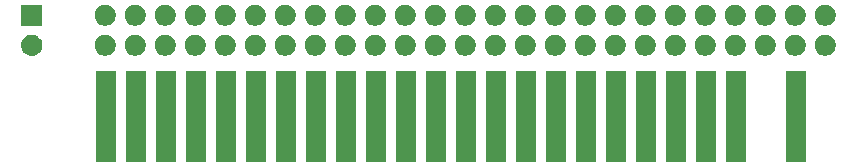
<source format=gbr>
G04 #@! TF.GenerationSoftware,KiCad,Pcbnew,(5.0.1-3-g963ef8bb5)*
G04 #@! TF.CreationDate,2020-10-13T22:01:46+01:00*
G04 #@! TF.ProjectId,ACE_Backplane_Adaptor,4143455F4261636B706C616E655F4164,rev?*
G04 #@! TF.SameCoordinates,Original*
G04 #@! TF.FileFunction,Soldermask,Top*
G04 #@! TF.FilePolarity,Negative*
%FSLAX46Y46*%
G04 Gerber Fmt 4.6, Leading zero omitted, Abs format (unit mm)*
G04 Created by KiCad (PCBNEW (5.0.1-3-g963ef8bb5)) date Tuesday, 13 October 2020 at 22:01:46*
%MOMM*%
%LPD*%
G01*
G04 APERTURE LIST*
%ADD10C,0.100000*%
G04 APERTURE END LIST*
D10*
G36*
X177418001Y-99844001D02*
X175792001Y-99844001D01*
X175792001Y-92122001D01*
X177418001Y-92122001D01*
X177418001Y-99844001D01*
X177418001Y-99844001D01*
G37*
G36*
X172338001Y-99844001D02*
X170712001Y-99844001D01*
X170712001Y-92122001D01*
X172338001Y-92122001D01*
X172338001Y-99844001D01*
X172338001Y-99844001D01*
G37*
G36*
X169798001Y-99844001D02*
X168172001Y-99844001D01*
X168172001Y-92122001D01*
X169798001Y-92122001D01*
X169798001Y-99844001D01*
X169798001Y-99844001D01*
G37*
G36*
X167258001Y-99844001D02*
X165632001Y-99844001D01*
X165632001Y-92122001D01*
X167258001Y-92122001D01*
X167258001Y-99844001D01*
X167258001Y-99844001D01*
G37*
G36*
X164718001Y-99844001D02*
X163092001Y-99844001D01*
X163092001Y-92122001D01*
X164718001Y-92122001D01*
X164718001Y-99844001D01*
X164718001Y-99844001D01*
G37*
G36*
X162178001Y-99844001D02*
X160552001Y-99844001D01*
X160552001Y-92122001D01*
X162178001Y-92122001D01*
X162178001Y-99844001D01*
X162178001Y-99844001D01*
G37*
G36*
X159638001Y-99844001D02*
X158012001Y-99844001D01*
X158012001Y-92122001D01*
X159638001Y-92122001D01*
X159638001Y-99844001D01*
X159638001Y-99844001D01*
G37*
G36*
X157098001Y-99844001D02*
X155472001Y-99844001D01*
X155472001Y-92122001D01*
X157098001Y-92122001D01*
X157098001Y-99844001D01*
X157098001Y-99844001D01*
G37*
G36*
X154558001Y-99844001D02*
X152932001Y-99844001D01*
X152932001Y-92122001D01*
X154558001Y-92122001D01*
X154558001Y-99844001D01*
X154558001Y-99844001D01*
G37*
G36*
X152018001Y-99844001D02*
X150392001Y-99844001D01*
X150392001Y-92122001D01*
X152018001Y-92122001D01*
X152018001Y-99844001D01*
X152018001Y-99844001D01*
G37*
G36*
X149478001Y-99844001D02*
X147852001Y-99844001D01*
X147852001Y-92122001D01*
X149478001Y-92122001D01*
X149478001Y-99844001D01*
X149478001Y-99844001D01*
G37*
G36*
X146938001Y-99844001D02*
X145312001Y-99844001D01*
X145312001Y-92122001D01*
X146938001Y-92122001D01*
X146938001Y-99844001D01*
X146938001Y-99844001D01*
G37*
G36*
X144398001Y-99844001D02*
X142772001Y-99844001D01*
X142772001Y-92122001D01*
X144398001Y-92122001D01*
X144398001Y-99844001D01*
X144398001Y-99844001D01*
G37*
G36*
X141858001Y-99844001D02*
X140232001Y-99844001D01*
X140232001Y-92122001D01*
X141858001Y-92122001D01*
X141858001Y-99844001D01*
X141858001Y-99844001D01*
G37*
G36*
X139318001Y-99844001D02*
X137692001Y-99844001D01*
X137692001Y-92122001D01*
X139318001Y-92122001D01*
X139318001Y-99844001D01*
X139318001Y-99844001D01*
G37*
G36*
X136778001Y-99844001D02*
X135152001Y-99844001D01*
X135152001Y-92122001D01*
X136778001Y-92122001D01*
X136778001Y-99844001D01*
X136778001Y-99844001D01*
G37*
G36*
X134238001Y-99844001D02*
X132612001Y-99844001D01*
X132612001Y-92122001D01*
X134238001Y-92122001D01*
X134238001Y-99844001D01*
X134238001Y-99844001D01*
G37*
G36*
X131698001Y-99844001D02*
X130072001Y-99844001D01*
X130072001Y-92122001D01*
X131698001Y-92122001D01*
X131698001Y-99844001D01*
X131698001Y-99844001D01*
G37*
G36*
X129158001Y-99844001D02*
X127532001Y-99844001D01*
X127532001Y-92122001D01*
X129158001Y-92122001D01*
X129158001Y-99844001D01*
X129158001Y-99844001D01*
G37*
G36*
X126618001Y-99844001D02*
X124992001Y-99844001D01*
X124992001Y-92122001D01*
X126618001Y-92122001D01*
X126618001Y-99844001D01*
X126618001Y-99844001D01*
G37*
G36*
X124078001Y-99844001D02*
X122452001Y-99844001D01*
X122452001Y-92122001D01*
X124078001Y-92122001D01*
X124078001Y-99844001D01*
X124078001Y-99844001D01*
G37*
G36*
X121538001Y-99844001D02*
X119912001Y-99844001D01*
X119912001Y-92122001D01*
X121538001Y-92122001D01*
X121538001Y-99844001D01*
X121538001Y-99844001D01*
G37*
G36*
X118998001Y-99844001D02*
X117372001Y-99844001D01*
X117372001Y-92122001D01*
X118998001Y-92122001D01*
X118998001Y-99844001D01*
X118998001Y-99844001D01*
G37*
G36*
X120912812Y-89049624D02*
X121076784Y-89117544D01*
X121224354Y-89216147D01*
X121349853Y-89341646D01*
X121448456Y-89489216D01*
X121516376Y-89653188D01*
X121551000Y-89827259D01*
X121551000Y-90004741D01*
X121516376Y-90178812D01*
X121448456Y-90342784D01*
X121349853Y-90490354D01*
X121224354Y-90615853D01*
X121076784Y-90714456D01*
X120912812Y-90782376D01*
X120738741Y-90817000D01*
X120561259Y-90817000D01*
X120387188Y-90782376D01*
X120223216Y-90714456D01*
X120075646Y-90615853D01*
X119950147Y-90490354D01*
X119851544Y-90342784D01*
X119783624Y-90178812D01*
X119749000Y-90004741D01*
X119749000Y-89827259D01*
X119783624Y-89653188D01*
X119851544Y-89489216D01*
X119950147Y-89341646D01*
X120075646Y-89216147D01*
X120223216Y-89117544D01*
X120387188Y-89049624D01*
X120561259Y-89015000D01*
X120738741Y-89015000D01*
X120912812Y-89049624D01*
X120912812Y-89049624D01*
G37*
G36*
X118372812Y-89049624D02*
X118536784Y-89117544D01*
X118684354Y-89216147D01*
X118809853Y-89341646D01*
X118908456Y-89489216D01*
X118976376Y-89653188D01*
X119011000Y-89827259D01*
X119011000Y-90004741D01*
X118976376Y-90178812D01*
X118908456Y-90342784D01*
X118809853Y-90490354D01*
X118684354Y-90615853D01*
X118536784Y-90714456D01*
X118372812Y-90782376D01*
X118198741Y-90817000D01*
X118021259Y-90817000D01*
X117847188Y-90782376D01*
X117683216Y-90714456D01*
X117535646Y-90615853D01*
X117410147Y-90490354D01*
X117311544Y-90342784D01*
X117243624Y-90178812D01*
X117209000Y-90004741D01*
X117209000Y-89827259D01*
X117243624Y-89653188D01*
X117311544Y-89489216D01*
X117410147Y-89341646D01*
X117535646Y-89216147D01*
X117683216Y-89117544D01*
X117847188Y-89049624D01*
X118021259Y-89015000D01*
X118198741Y-89015000D01*
X118372812Y-89049624D01*
X118372812Y-89049624D01*
G37*
G36*
X111997442Y-89021518D02*
X112063627Y-89028037D01*
X112176853Y-89062384D01*
X112233467Y-89079557D01*
X112372087Y-89153652D01*
X112389991Y-89163222D01*
X112425729Y-89192552D01*
X112527186Y-89275814D01*
X112610448Y-89377271D01*
X112639778Y-89413009D01*
X112639779Y-89413011D01*
X112723443Y-89569533D01*
X112723443Y-89569534D01*
X112774963Y-89739373D01*
X112792359Y-89916000D01*
X112774963Y-90092627D01*
X112748819Y-90178812D01*
X112723443Y-90262467D01*
X112680513Y-90342782D01*
X112639778Y-90418991D01*
X112610448Y-90454729D01*
X112527186Y-90556186D01*
X112454480Y-90615853D01*
X112389991Y-90668778D01*
X112389989Y-90668779D01*
X112233467Y-90752443D01*
X112176853Y-90769616D01*
X112063627Y-90803963D01*
X111997443Y-90810481D01*
X111931260Y-90817000D01*
X111842740Y-90817000D01*
X111776557Y-90810481D01*
X111710373Y-90803963D01*
X111597147Y-90769616D01*
X111540533Y-90752443D01*
X111384011Y-90668779D01*
X111384009Y-90668778D01*
X111319520Y-90615853D01*
X111246814Y-90556186D01*
X111163552Y-90454729D01*
X111134222Y-90418991D01*
X111093487Y-90342782D01*
X111050557Y-90262467D01*
X111025181Y-90178812D01*
X110999037Y-90092627D01*
X110981641Y-89916000D01*
X110999037Y-89739373D01*
X111050557Y-89569534D01*
X111050557Y-89569533D01*
X111134221Y-89413011D01*
X111134222Y-89413009D01*
X111163552Y-89377271D01*
X111246814Y-89275814D01*
X111348271Y-89192552D01*
X111384009Y-89163222D01*
X111401913Y-89153652D01*
X111540533Y-89079557D01*
X111597147Y-89062384D01*
X111710373Y-89028037D01*
X111776558Y-89021518D01*
X111842740Y-89015000D01*
X111931260Y-89015000D01*
X111997442Y-89021518D01*
X111997442Y-89021518D01*
G37*
G36*
X151392812Y-89049624D02*
X151556784Y-89117544D01*
X151704354Y-89216147D01*
X151829853Y-89341646D01*
X151928456Y-89489216D01*
X151996376Y-89653188D01*
X152031000Y-89827259D01*
X152031000Y-90004741D01*
X151996376Y-90178812D01*
X151928456Y-90342784D01*
X151829853Y-90490354D01*
X151704354Y-90615853D01*
X151556784Y-90714456D01*
X151392812Y-90782376D01*
X151218741Y-90817000D01*
X151041259Y-90817000D01*
X150867188Y-90782376D01*
X150703216Y-90714456D01*
X150555646Y-90615853D01*
X150430147Y-90490354D01*
X150331544Y-90342784D01*
X150263624Y-90178812D01*
X150229000Y-90004741D01*
X150229000Y-89827259D01*
X150263624Y-89653188D01*
X150331544Y-89489216D01*
X150430147Y-89341646D01*
X150555646Y-89216147D01*
X150703216Y-89117544D01*
X150867188Y-89049624D01*
X151041259Y-89015000D01*
X151218741Y-89015000D01*
X151392812Y-89049624D01*
X151392812Y-89049624D01*
G37*
G36*
X153932812Y-89049624D02*
X154096784Y-89117544D01*
X154244354Y-89216147D01*
X154369853Y-89341646D01*
X154468456Y-89489216D01*
X154536376Y-89653188D01*
X154571000Y-89827259D01*
X154571000Y-90004741D01*
X154536376Y-90178812D01*
X154468456Y-90342784D01*
X154369853Y-90490354D01*
X154244354Y-90615853D01*
X154096784Y-90714456D01*
X153932812Y-90782376D01*
X153758741Y-90817000D01*
X153581259Y-90817000D01*
X153407188Y-90782376D01*
X153243216Y-90714456D01*
X153095646Y-90615853D01*
X152970147Y-90490354D01*
X152871544Y-90342784D01*
X152803624Y-90178812D01*
X152769000Y-90004741D01*
X152769000Y-89827259D01*
X152803624Y-89653188D01*
X152871544Y-89489216D01*
X152970147Y-89341646D01*
X153095646Y-89216147D01*
X153243216Y-89117544D01*
X153407188Y-89049624D01*
X153581259Y-89015000D01*
X153758741Y-89015000D01*
X153932812Y-89049624D01*
X153932812Y-89049624D01*
G37*
G36*
X156472812Y-89049624D02*
X156636784Y-89117544D01*
X156784354Y-89216147D01*
X156909853Y-89341646D01*
X157008456Y-89489216D01*
X157076376Y-89653188D01*
X157111000Y-89827259D01*
X157111000Y-90004741D01*
X157076376Y-90178812D01*
X157008456Y-90342784D01*
X156909853Y-90490354D01*
X156784354Y-90615853D01*
X156636784Y-90714456D01*
X156472812Y-90782376D01*
X156298741Y-90817000D01*
X156121259Y-90817000D01*
X155947188Y-90782376D01*
X155783216Y-90714456D01*
X155635646Y-90615853D01*
X155510147Y-90490354D01*
X155411544Y-90342784D01*
X155343624Y-90178812D01*
X155309000Y-90004741D01*
X155309000Y-89827259D01*
X155343624Y-89653188D01*
X155411544Y-89489216D01*
X155510147Y-89341646D01*
X155635646Y-89216147D01*
X155783216Y-89117544D01*
X155947188Y-89049624D01*
X156121259Y-89015000D01*
X156298741Y-89015000D01*
X156472812Y-89049624D01*
X156472812Y-89049624D01*
G37*
G36*
X159012812Y-89049624D02*
X159176784Y-89117544D01*
X159324354Y-89216147D01*
X159449853Y-89341646D01*
X159548456Y-89489216D01*
X159616376Y-89653188D01*
X159651000Y-89827259D01*
X159651000Y-90004741D01*
X159616376Y-90178812D01*
X159548456Y-90342784D01*
X159449853Y-90490354D01*
X159324354Y-90615853D01*
X159176784Y-90714456D01*
X159012812Y-90782376D01*
X158838741Y-90817000D01*
X158661259Y-90817000D01*
X158487188Y-90782376D01*
X158323216Y-90714456D01*
X158175646Y-90615853D01*
X158050147Y-90490354D01*
X157951544Y-90342784D01*
X157883624Y-90178812D01*
X157849000Y-90004741D01*
X157849000Y-89827259D01*
X157883624Y-89653188D01*
X157951544Y-89489216D01*
X158050147Y-89341646D01*
X158175646Y-89216147D01*
X158323216Y-89117544D01*
X158487188Y-89049624D01*
X158661259Y-89015000D01*
X158838741Y-89015000D01*
X159012812Y-89049624D01*
X159012812Y-89049624D01*
G37*
G36*
X161552812Y-89049624D02*
X161716784Y-89117544D01*
X161864354Y-89216147D01*
X161989853Y-89341646D01*
X162088456Y-89489216D01*
X162156376Y-89653188D01*
X162191000Y-89827259D01*
X162191000Y-90004741D01*
X162156376Y-90178812D01*
X162088456Y-90342784D01*
X161989853Y-90490354D01*
X161864354Y-90615853D01*
X161716784Y-90714456D01*
X161552812Y-90782376D01*
X161378741Y-90817000D01*
X161201259Y-90817000D01*
X161027188Y-90782376D01*
X160863216Y-90714456D01*
X160715646Y-90615853D01*
X160590147Y-90490354D01*
X160491544Y-90342784D01*
X160423624Y-90178812D01*
X160389000Y-90004741D01*
X160389000Y-89827259D01*
X160423624Y-89653188D01*
X160491544Y-89489216D01*
X160590147Y-89341646D01*
X160715646Y-89216147D01*
X160863216Y-89117544D01*
X161027188Y-89049624D01*
X161201259Y-89015000D01*
X161378741Y-89015000D01*
X161552812Y-89049624D01*
X161552812Y-89049624D01*
G37*
G36*
X164092812Y-89049624D02*
X164256784Y-89117544D01*
X164404354Y-89216147D01*
X164529853Y-89341646D01*
X164628456Y-89489216D01*
X164696376Y-89653188D01*
X164731000Y-89827259D01*
X164731000Y-90004741D01*
X164696376Y-90178812D01*
X164628456Y-90342784D01*
X164529853Y-90490354D01*
X164404354Y-90615853D01*
X164256784Y-90714456D01*
X164092812Y-90782376D01*
X163918741Y-90817000D01*
X163741259Y-90817000D01*
X163567188Y-90782376D01*
X163403216Y-90714456D01*
X163255646Y-90615853D01*
X163130147Y-90490354D01*
X163031544Y-90342784D01*
X162963624Y-90178812D01*
X162929000Y-90004741D01*
X162929000Y-89827259D01*
X162963624Y-89653188D01*
X163031544Y-89489216D01*
X163130147Y-89341646D01*
X163255646Y-89216147D01*
X163403216Y-89117544D01*
X163567188Y-89049624D01*
X163741259Y-89015000D01*
X163918741Y-89015000D01*
X164092812Y-89049624D01*
X164092812Y-89049624D01*
G37*
G36*
X166632812Y-89049624D02*
X166796784Y-89117544D01*
X166944354Y-89216147D01*
X167069853Y-89341646D01*
X167168456Y-89489216D01*
X167236376Y-89653188D01*
X167271000Y-89827259D01*
X167271000Y-90004741D01*
X167236376Y-90178812D01*
X167168456Y-90342784D01*
X167069853Y-90490354D01*
X166944354Y-90615853D01*
X166796784Y-90714456D01*
X166632812Y-90782376D01*
X166458741Y-90817000D01*
X166281259Y-90817000D01*
X166107188Y-90782376D01*
X165943216Y-90714456D01*
X165795646Y-90615853D01*
X165670147Y-90490354D01*
X165571544Y-90342784D01*
X165503624Y-90178812D01*
X165469000Y-90004741D01*
X165469000Y-89827259D01*
X165503624Y-89653188D01*
X165571544Y-89489216D01*
X165670147Y-89341646D01*
X165795646Y-89216147D01*
X165943216Y-89117544D01*
X166107188Y-89049624D01*
X166281259Y-89015000D01*
X166458741Y-89015000D01*
X166632812Y-89049624D01*
X166632812Y-89049624D01*
G37*
G36*
X169172812Y-89049624D02*
X169336784Y-89117544D01*
X169484354Y-89216147D01*
X169609853Y-89341646D01*
X169708456Y-89489216D01*
X169776376Y-89653188D01*
X169811000Y-89827259D01*
X169811000Y-90004741D01*
X169776376Y-90178812D01*
X169708456Y-90342784D01*
X169609853Y-90490354D01*
X169484354Y-90615853D01*
X169336784Y-90714456D01*
X169172812Y-90782376D01*
X168998741Y-90817000D01*
X168821259Y-90817000D01*
X168647188Y-90782376D01*
X168483216Y-90714456D01*
X168335646Y-90615853D01*
X168210147Y-90490354D01*
X168111544Y-90342784D01*
X168043624Y-90178812D01*
X168009000Y-90004741D01*
X168009000Y-89827259D01*
X168043624Y-89653188D01*
X168111544Y-89489216D01*
X168210147Y-89341646D01*
X168335646Y-89216147D01*
X168483216Y-89117544D01*
X168647188Y-89049624D01*
X168821259Y-89015000D01*
X168998741Y-89015000D01*
X169172812Y-89049624D01*
X169172812Y-89049624D01*
G37*
G36*
X171712812Y-89049624D02*
X171876784Y-89117544D01*
X172024354Y-89216147D01*
X172149853Y-89341646D01*
X172248456Y-89489216D01*
X172316376Y-89653188D01*
X172351000Y-89827259D01*
X172351000Y-90004741D01*
X172316376Y-90178812D01*
X172248456Y-90342784D01*
X172149853Y-90490354D01*
X172024354Y-90615853D01*
X171876784Y-90714456D01*
X171712812Y-90782376D01*
X171538741Y-90817000D01*
X171361259Y-90817000D01*
X171187188Y-90782376D01*
X171023216Y-90714456D01*
X170875646Y-90615853D01*
X170750147Y-90490354D01*
X170651544Y-90342784D01*
X170583624Y-90178812D01*
X170549000Y-90004741D01*
X170549000Y-89827259D01*
X170583624Y-89653188D01*
X170651544Y-89489216D01*
X170750147Y-89341646D01*
X170875646Y-89216147D01*
X171023216Y-89117544D01*
X171187188Y-89049624D01*
X171361259Y-89015000D01*
X171538741Y-89015000D01*
X171712812Y-89049624D01*
X171712812Y-89049624D01*
G37*
G36*
X174252812Y-89049624D02*
X174416784Y-89117544D01*
X174564354Y-89216147D01*
X174689853Y-89341646D01*
X174788456Y-89489216D01*
X174856376Y-89653188D01*
X174891000Y-89827259D01*
X174891000Y-90004741D01*
X174856376Y-90178812D01*
X174788456Y-90342784D01*
X174689853Y-90490354D01*
X174564354Y-90615853D01*
X174416784Y-90714456D01*
X174252812Y-90782376D01*
X174078741Y-90817000D01*
X173901259Y-90817000D01*
X173727188Y-90782376D01*
X173563216Y-90714456D01*
X173415646Y-90615853D01*
X173290147Y-90490354D01*
X173191544Y-90342784D01*
X173123624Y-90178812D01*
X173089000Y-90004741D01*
X173089000Y-89827259D01*
X173123624Y-89653188D01*
X173191544Y-89489216D01*
X173290147Y-89341646D01*
X173415646Y-89216147D01*
X173563216Y-89117544D01*
X173727188Y-89049624D01*
X173901259Y-89015000D01*
X174078741Y-89015000D01*
X174252812Y-89049624D01*
X174252812Y-89049624D01*
G37*
G36*
X176792812Y-89049624D02*
X176956784Y-89117544D01*
X177104354Y-89216147D01*
X177229853Y-89341646D01*
X177328456Y-89489216D01*
X177396376Y-89653188D01*
X177431000Y-89827259D01*
X177431000Y-90004741D01*
X177396376Y-90178812D01*
X177328456Y-90342784D01*
X177229853Y-90490354D01*
X177104354Y-90615853D01*
X176956784Y-90714456D01*
X176792812Y-90782376D01*
X176618741Y-90817000D01*
X176441259Y-90817000D01*
X176267188Y-90782376D01*
X176103216Y-90714456D01*
X175955646Y-90615853D01*
X175830147Y-90490354D01*
X175731544Y-90342784D01*
X175663624Y-90178812D01*
X175629000Y-90004741D01*
X175629000Y-89827259D01*
X175663624Y-89653188D01*
X175731544Y-89489216D01*
X175830147Y-89341646D01*
X175955646Y-89216147D01*
X176103216Y-89117544D01*
X176267188Y-89049624D01*
X176441259Y-89015000D01*
X176618741Y-89015000D01*
X176792812Y-89049624D01*
X176792812Y-89049624D01*
G37*
G36*
X148852812Y-89049624D02*
X149016784Y-89117544D01*
X149164354Y-89216147D01*
X149289853Y-89341646D01*
X149388456Y-89489216D01*
X149456376Y-89653188D01*
X149491000Y-89827259D01*
X149491000Y-90004741D01*
X149456376Y-90178812D01*
X149388456Y-90342784D01*
X149289853Y-90490354D01*
X149164354Y-90615853D01*
X149016784Y-90714456D01*
X148852812Y-90782376D01*
X148678741Y-90817000D01*
X148501259Y-90817000D01*
X148327188Y-90782376D01*
X148163216Y-90714456D01*
X148015646Y-90615853D01*
X147890147Y-90490354D01*
X147791544Y-90342784D01*
X147723624Y-90178812D01*
X147689000Y-90004741D01*
X147689000Y-89827259D01*
X147723624Y-89653188D01*
X147791544Y-89489216D01*
X147890147Y-89341646D01*
X148015646Y-89216147D01*
X148163216Y-89117544D01*
X148327188Y-89049624D01*
X148501259Y-89015000D01*
X148678741Y-89015000D01*
X148852812Y-89049624D01*
X148852812Y-89049624D01*
G37*
G36*
X146312812Y-89049624D02*
X146476784Y-89117544D01*
X146624354Y-89216147D01*
X146749853Y-89341646D01*
X146848456Y-89489216D01*
X146916376Y-89653188D01*
X146951000Y-89827259D01*
X146951000Y-90004741D01*
X146916376Y-90178812D01*
X146848456Y-90342784D01*
X146749853Y-90490354D01*
X146624354Y-90615853D01*
X146476784Y-90714456D01*
X146312812Y-90782376D01*
X146138741Y-90817000D01*
X145961259Y-90817000D01*
X145787188Y-90782376D01*
X145623216Y-90714456D01*
X145475646Y-90615853D01*
X145350147Y-90490354D01*
X145251544Y-90342784D01*
X145183624Y-90178812D01*
X145149000Y-90004741D01*
X145149000Y-89827259D01*
X145183624Y-89653188D01*
X145251544Y-89489216D01*
X145350147Y-89341646D01*
X145475646Y-89216147D01*
X145623216Y-89117544D01*
X145787188Y-89049624D01*
X145961259Y-89015000D01*
X146138741Y-89015000D01*
X146312812Y-89049624D01*
X146312812Y-89049624D01*
G37*
G36*
X143772812Y-89049624D02*
X143936784Y-89117544D01*
X144084354Y-89216147D01*
X144209853Y-89341646D01*
X144308456Y-89489216D01*
X144376376Y-89653188D01*
X144411000Y-89827259D01*
X144411000Y-90004741D01*
X144376376Y-90178812D01*
X144308456Y-90342784D01*
X144209853Y-90490354D01*
X144084354Y-90615853D01*
X143936784Y-90714456D01*
X143772812Y-90782376D01*
X143598741Y-90817000D01*
X143421259Y-90817000D01*
X143247188Y-90782376D01*
X143083216Y-90714456D01*
X142935646Y-90615853D01*
X142810147Y-90490354D01*
X142711544Y-90342784D01*
X142643624Y-90178812D01*
X142609000Y-90004741D01*
X142609000Y-89827259D01*
X142643624Y-89653188D01*
X142711544Y-89489216D01*
X142810147Y-89341646D01*
X142935646Y-89216147D01*
X143083216Y-89117544D01*
X143247188Y-89049624D01*
X143421259Y-89015000D01*
X143598741Y-89015000D01*
X143772812Y-89049624D01*
X143772812Y-89049624D01*
G37*
G36*
X141232812Y-89049624D02*
X141396784Y-89117544D01*
X141544354Y-89216147D01*
X141669853Y-89341646D01*
X141768456Y-89489216D01*
X141836376Y-89653188D01*
X141871000Y-89827259D01*
X141871000Y-90004741D01*
X141836376Y-90178812D01*
X141768456Y-90342784D01*
X141669853Y-90490354D01*
X141544354Y-90615853D01*
X141396784Y-90714456D01*
X141232812Y-90782376D01*
X141058741Y-90817000D01*
X140881259Y-90817000D01*
X140707188Y-90782376D01*
X140543216Y-90714456D01*
X140395646Y-90615853D01*
X140270147Y-90490354D01*
X140171544Y-90342784D01*
X140103624Y-90178812D01*
X140069000Y-90004741D01*
X140069000Y-89827259D01*
X140103624Y-89653188D01*
X140171544Y-89489216D01*
X140270147Y-89341646D01*
X140395646Y-89216147D01*
X140543216Y-89117544D01*
X140707188Y-89049624D01*
X140881259Y-89015000D01*
X141058741Y-89015000D01*
X141232812Y-89049624D01*
X141232812Y-89049624D01*
G37*
G36*
X138692812Y-89049624D02*
X138856784Y-89117544D01*
X139004354Y-89216147D01*
X139129853Y-89341646D01*
X139228456Y-89489216D01*
X139296376Y-89653188D01*
X139331000Y-89827259D01*
X139331000Y-90004741D01*
X139296376Y-90178812D01*
X139228456Y-90342784D01*
X139129853Y-90490354D01*
X139004354Y-90615853D01*
X138856784Y-90714456D01*
X138692812Y-90782376D01*
X138518741Y-90817000D01*
X138341259Y-90817000D01*
X138167188Y-90782376D01*
X138003216Y-90714456D01*
X137855646Y-90615853D01*
X137730147Y-90490354D01*
X137631544Y-90342784D01*
X137563624Y-90178812D01*
X137529000Y-90004741D01*
X137529000Y-89827259D01*
X137563624Y-89653188D01*
X137631544Y-89489216D01*
X137730147Y-89341646D01*
X137855646Y-89216147D01*
X138003216Y-89117544D01*
X138167188Y-89049624D01*
X138341259Y-89015000D01*
X138518741Y-89015000D01*
X138692812Y-89049624D01*
X138692812Y-89049624D01*
G37*
G36*
X136152812Y-89049624D02*
X136316784Y-89117544D01*
X136464354Y-89216147D01*
X136589853Y-89341646D01*
X136688456Y-89489216D01*
X136756376Y-89653188D01*
X136791000Y-89827259D01*
X136791000Y-90004741D01*
X136756376Y-90178812D01*
X136688456Y-90342784D01*
X136589853Y-90490354D01*
X136464354Y-90615853D01*
X136316784Y-90714456D01*
X136152812Y-90782376D01*
X135978741Y-90817000D01*
X135801259Y-90817000D01*
X135627188Y-90782376D01*
X135463216Y-90714456D01*
X135315646Y-90615853D01*
X135190147Y-90490354D01*
X135091544Y-90342784D01*
X135023624Y-90178812D01*
X134989000Y-90004741D01*
X134989000Y-89827259D01*
X135023624Y-89653188D01*
X135091544Y-89489216D01*
X135190147Y-89341646D01*
X135315646Y-89216147D01*
X135463216Y-89117544D01*
X135627188Y-89049624D01*
X135801259Y-89015000D01*
X135978741Y-89015000D01*
X136152812Y-89049624D01*
X136152812Y-89049624D01*
G37*
G36*
X133612812Y-89049624D02*
X133776784Y-89117544D01*
X133924354Y-89216147D01*
X134049853Y-89341646D01*
X134148456Y-89489216D01*
X134216376Y-89653188D01*
X134251000Y-89827259D01*
X134251000Y-90004741D01*
X134216376Y-90178812D01*
X134148456Y-90342784D01*
X134049853Y-90490354D01*
X133924354Y-90615853D01*
X133776784Y-90714456D01*
X133612812Y-90782376D01*
X133438741Y-90817000D01*
X133261259Y-90817000D01*
X133087188Y-90782376D01*
X132923216Y-90714456D01*
X132775646Y-90615853D01*
X132650147Y-90490354D01*
X132551544Y-90342784D01*
X132483624Y-90178812D01*
X132449000Y-90004741D01*
X132449000Y-89827259D01*
X132483624Y-89653188D01*
X132551544Y-89489216D01*
X132650147Y-89341646D01*
X132775646Y-89216147D01*
X132923216Y-89117544D01*
X133087188Y-89049624D01*
X133261259Y-89015000D01*
X133438741Y-89015000D01*
X133612812Y-89049624D01*
X133612812Y-89049624D01*
G37*
G36*
X131072812Y-89049624D02*
X131236784Y-89117544D01*
X131384354Y-89216147D01*
X131509853Y-89341646D01*
X131608456Y-89489216D01*
X131676376Y-89653188D01*
X131711000Y-89827259D01*
X131711000Y-90004741D01*
X131676376Y-90178812D01*
X131608456Y-90342784D01*
X131509853Y-90490354D01*
X131384354Y-90615853D01*
X131236784Y-90714456D01*
X131072812Y-90782376D01*
X130898741Y-90817000D01*
X130721259Y-90817000D01*
X130547188Y-90782376D01*
X130383216Y-90714456D01*
X130235646Y-90615853D01*
X130110147Y-90490354D01*
X130011544Y-90342784D01*
X129943624Y-90178812D01*
X129909000Y-90004741D01*
X129909000Y-89827259D01*
X129943624Y-89653188D01*
X130011544Y-89489216D01*
X130110147Y-89341646D01*
X130235646Y-89216147D01*
X130383216Y-89117544D01*
X130547188Y-89049624D01*
X130721259Y-89015000D01*
X130898741Y-89015000D01*
X131072812Y-89049624D01*
X131072812Y-89049624D01*
G37*
G36*
X128532812Y-89049624D02*
X128696784Y-89117544D01*
X128844354Y-89216147D01*
X128969853Y-89341646D01*
X129068456Y-89489216D01*
X129136376Y-89653188D01*
X129171000Y-89827259D01*
X129171000Y-90004741D01*
X129136376Y-90178812D01*
X129068456Y-90342784D01*
X128969853Y-90490354D01*
X128844354Y-90615853D01*
X128696784Y-90714456D01*
X128532812Y-90782376D01*
X128358741Y-90817000D01*
X128181259Y-90817000D01*
X128007188Y-90782376D01*
X127843216Y-90714456D01*
X127695646Y-90615853D01*
X127570147Y-90490354D01*
X127471544Y-90342784D01*
X127403624Y-90178812D01*
X127369000Y-90004741D01*
X127369000Y-89827259D01*
X127403624Y-89653188D01*
X127471544Y-89489216D01*
X127570147Y-89341646D01*
X127695646Y-89216147D01*
X127843216Y-89117544D01*
X128007188Y-89049624D01*
X128181259Y-89015000D01*
X128358741Y-89015000D01*
X128532812Y-89049624D01*
X128532812Y-89049624D01*
G37*
G36*
X125992812Y-89049624D02*
X126156784Y-89117544D01*
X126304354Y-89216147D01*
X126429853Y-89341646D01*
X126528456Y-89489216D01*
X126596376Y-89653188D01*
X126631000Y-89827259D01*
X126631000Y-90004741D01*
X126596376Y-90178812D01*
X126528456Y-90342784D01*
X126429853Y-90490354D01*
X126304354Y-90615853D01*
X126156784Y-90714456D01*
X125992812Y-90782376D01*
X125818741Y-90817000D01*
X125641259Y-90817000D01*
X125467188Y-90782376D01*
X125303216Y-90714456D01*
X125155646Y-90615853D01*
X125030147Y-90490354D01*
X124931544Y-90342784D01*
X124863624Y-90178812D01*
X124829000Y-90004741D01*
X124829000Y-89827259D01*
X124863624Y-89653188D01*
X124931544Y-89489216D01*
X125030147Y-89341646D01*
X125155646Y-89216147D01*
X125303216Y-89117544D01*
X125467188Y-89049624D01*
X125641259Y-89015000D01*
X125818741Y-89015000D01*
X125992812Y-89049624D01*
X125992812Y-89049624D01*
G37*
G36*
X123452812Y-89049624D02*
X123616784Y-89117544D01*
X123764354Y-89216147D01*
X123889853Y-89341646D01*
X123988456Y-89489216D01*
X124056376Y-89653188D01*
X124091000Y-89827259D01*
X124091000Y-90004741D01*
X124056376Y-90178812D01*
X123988456Y-90342784D01*
X123889853Y-90490354D01*
X123764354Y-90615853D01*
X123616784Y-90714456D01*
X123452812Y-90782376D01*
X123278741Y-90817000D01*
X123101259Y-90817000D01*
X122927188Y-90782376D01*
X122763216Y-90714456D01*
X122615646Y-90615853D01*
X122490147Y-90490354D01*
X122391544Y-90342784D01*
X122323624Y-90178812D01*
X122289000Y-90004741D01*
X122289000Y-89827259D01*
X122323624Y-89653188D01*
X122391544Y-89489216D01*
X122490147Y-89341646D01*
X122615646Y-89216147D01*
X122763216Y-89117544D01*
X122927188Y-89049624D01*
X123101259Y-89015000D01*
X123278741Y-89015000D01*
X123452812Y-89049624D01*
X123452812Y-89049624D01*
G37*
G36*
X179332812Y-89049624D02*
X179496784Y-89117544D01*
X179644354Y-89216147D01*
X179769853Y-89341646D01*
X179868456Y-89489216D01*
X179936376Y-89653188D01*
X179971000Y-89827259D01*
X179971000Y-90004741D01*
X179936376Y-90178812D01*
X179868456Y-90342784D01*
X179769853Y-90490354D01*
X179644354Y-90615853D01*
X179496784Y-90714456D01*
X179332812Y-90782376D01*
X179158741Y-90817000D01*
X178981259Y-90817000D01*
X178807188Y-90782376D01*
X178643216Y-90714456D01*
X178495646Y-90615853D01*
X178370147Y-90490354D01*
X178271544Y-90342784D01*
X178203624Y-90178812D01*
X178169000Y-90004741D01*
X178169000Y-89827259D01*
X178203624Y-89653188D01*
X178271544Y-89489216D01*
X178370147Y-89341646D01*
X178495646Y-89216147D01*
X178643216Y-89117544D01*
X178807188Y-89049624D01*
X178981259Y-89015000D01*
X179158741Y-89015000D01*
X179332812Y-89049624D01*
X179332812Y-89049624D01*
G37*
G36*
X112788000Y-88277000D02*
X110986000Y-88277000D01*
X110986000Y-86475000D01*
X112788000Y-86475000D01*
X112788000Y-88277000D01*
X112788000Y-88277000D01*
G37*
G36*
X118372812Y-86509624D02*
X118536784Y-86577544D01*
X118684354Y-86676147D01*
X118809853Y-86801646D01*
X118908456Y-86949216D01*
X118976376Y-87113188D01*
X119011000Y-87287259D01*
X119011000Y-87464741D01*
X118976376Y-87638812D01*
X118908456Y-87802784D01*
X118809853Y-87950354D01*
X118684354Y-88075853D01*
X118536784Y-88174456D01*
X118372812Y-88242376D01*
X118198741Y-88277000D01*
X118021259Y-88277000D01*
X117847188Y-88242376D01*
X117683216Y-88174456D01*
X117535646Y-88075853D01*
X117410147Y-87950354D01*
X117311544Y-87802784D01*
X117243624Y-87638812D01*
X117209000Y-87464741D01*
X117209000Y-87287259D01*
X117243624Y-87113188D01*
X117311544Y-86949216D01*
X117410147Y-86801646D01*
X117535646Y-86676147D01*
X117683216Y-86577544D01*
X117847188Y-86509624D01*
X118021259Y-86475000D01*
X118198741Y-86475000D01*
X118372812Y-86509624D01*
X118372812Y-86509624D01*
G37*
G36*
X151392812Y-86509624D02*
X151556784Y-86577544D01*
X151704354Y-86676147D01*
X151829853Y-86801646D01*
X151928456Y-86949216D01*
X151996376Y-87113188D01*
X152031000Y-87287259D01*
X152031000Y-87464741D01*
X151996376Y-87638812D01*
X151928456Y-87802784D01*
X151829853Y-87950354D01*
X151704354Y-88075853D01*
X151556784Y-88174456D01*
X151392812Y-88242376D01*
X151218741Y-88277000D01*
X151041259Y-88277000D01*
X150867188Y-88242376D01*
X150703216Y-88174456D01*
X150555646Y-88075853D01*
X150430147Y-87950354D01*
X150331544Y-87802784D01*
X150263624Y-87638812D01*
X150229000Y-87464741D01*
X150229000Y-87287259D01*
X150263624Y-87113188D01*
X150331544Y-86949216D01*
X150430147Y-86801646D01*
X150555646Y-86676147D01*
X150703216Y-86577544D01*
X150867188Y-86509624D01*
X151041259Y-86475000D01*
X151218741Y-86475000D01*
X151392812Y-86509624D01*
X151392812Y-86509624D01*
G37*
G36*
X153932812Y-86509624D02*
X154096784Y-86577544D01*
X154244354Y-86676147D01*
X154369853Y-86801646D01*
X154468456Y-86949216D01*
X154536376Y-87113188D01*
X154571000Y-87287259D01*
X154571000Y-87464741D01*
X154536376Y-87638812D01*
X154468456Y-87802784D01*
X154369853Y-87950354D01*
X154244354Y-88075853D01*
X154096784Y-88174456D01*
X153932812Y-88242376D01*
X153758741Y-88277000D01*
X153581259Y-88277000D01*
X153407188Y-88242376D01*
X153243216Y-88174456D01*
X153095646Y-88075853D01*
X152970147Y-87950354D01*
X152871544Y-87802784D01*
X152803624Y-87638812D01*
X152769000Y-87464741D01*
X152769000Y-87287259D01*
X152803624Y-87113188D01*
X152871544Y-86949216D01*
X152970147Y-86801646D01*
X153095646Y-86676147D01*
X153243216Y-86577544D01*
X153407188Y-86509624D01*
X153581259Y-86475000D01*
X153758741Y-86475000D01*
X153932812Y-86509624D01*
X153932812Y-86509624D01*
G37*
G36*
X156472812Y-86509624D02*
X156636784Y-86577544D01*
X156784354Y-86676147D01*
X156909853Y-86801646D01*
X157008456Y-86949216D01*
X157076376Y-87113188D01*
X157111000Y-87287259D01*
X157111000Y-87464741D01*
X157076376Y-87638812D01*
X157008456Y-87802784D01*
X156909853Y-87950354D01*
X156784354Y-88075853D01*
X156636784Y-88174456D01*
X156472812Y-88242376D01*
X156298741Y-88277000D01*
X156121259Y-88277000D01*
X155947188Y-88242376D01*
X155783216Y-88174456D01*
X155635646Y-88075853D01*
X155510147Y-87950354D01*
X155411544Y-87802784D01*
X155343624Y-87638812D01*
X155309000Y-87464741D01*
X155309000Y-87287259D01*
X155343624Y-87113188D01*
X155411544Y-86949216D01*
X155510147Y-86801646D01*
X155635646Y-86676147D01*
X155783216Y-86577544D01*
X155947188Y-86509624D01*
X156121259Y-86475000D01*
X156298741Y-86475000D01*
X156472812Y-86509624D01*
X156472812Y-86509624D01*
G37*
G36*
X159012812Y-86509624D02*
X159176784Y-86577544D01*
X159324354Y-86676147D01*
X159449853Y-86801646D01*
X159548456Y-86949216D01*
X159616376Y-87113188D01*
X159651000Y-87287259D01*
X159651000Y-87464741D01*
X159616376Y-87638812D01*
X159548456Y-87802784D01*
X159449853Y-87950354D01*
X159324354Y-88075853D01*
X159176784Y-88174456D01*
X159012812Y-88242376D01*
X158838741Y-88277000D01*
X158661259Y-88277000D01*
X158487188Y-88242376D01*
X158323216Y-88174456D01*
X158175646Y-88075853D01*
X158050147Y-87950354D01*
X157951544Y-87802784D01*
X157883624Y-87638812D01*
X157849000Y-87464741D01*
X157849000Y-87287259D01*
X157883624Y-87113188D01*
X157951544Y-86949216D01*
X158050147Y-86801646D01*
X158175646Y-86676147D01*
X158323216Y-86577544D01*
X158487188Y-86509624D01*
X158661259Y-86475000D01*
X158838741Y-86475000D01*
X159012812Y-86509624D01*
X159012812Y-86509624D01*
G37*
G36*
X161552812Y-86509624D02*
X161716784Y-86577544D01*
X161864354Y-86676147D01*
X161989853Y-86801646D01*
X162088456Y-86949216D01*
X162156376Y-87113188D01*
X162191000Y-87287259D01*
X162191000Y-87464741D01*
X162156376Y-87638812D01*
X162088456Y-87802784D01*
X161989853Y-87950354D01*
X161864354Y-88075853D01*
X161716784Y-88174456D01*
X161552812Y-88242376D01*
X161378741Y-88277000D01*
X161201259Y-88277000D01*
X161027188Y-88242376D01*
X160863216Y-88174456D01*
X160715646Y-88075853D01*
X160590147Y-87950354D01*
X160491544Y-87802784D01*
X160423624Y-87638812D01*
X160389000Y-87464741D01*
X160389000Y-87287259D01*
X160423624Y-87113188D01*
X160491544Y-86949216D01*
X160590147Y-86801646D01*
X160715646Y-86676147D01*
X160863216Y-86577544D01*
X161027188Y-86509624D01*
X161201259Y-86475000D01*
X161378741Y-86475000D01*
X161552812Y-86509624D01*
X161552812Y-86509624D01*
G37*
G36*
X164092812Y-86509624D02*
X164256784Y-86577544D01*
X164404354Y-86676147D01*
X164529853Y-86801646D01*
X164628456Y-86949216D01*
X164696376Y-87113188D01*
X164731000Y-87287259D01*
X164731000Y-87464741D01*
X164696376Y-87638812D01*
X164628456Y-87802784D01*
X164529853Y-87950354D01*
X164404354Y-88075853D01*
X164256784Y-88174456D01*
X164092812Y-88242376D01*
X163918741Y-88277000D01*
X163741259Y-88277000D01*
X163567188Y-88242376D01*
X163403216Y-88174456D01*
X163255646Y-88075853D01*
X163130147Y-87950354D01*
X163031544Y-87802784D01*
X162963624Y-87638812D01*
X162929000Y-87464741D01*
X162929000Y-87287259D01*
X162963624Y-87113188D01*
X163031544Y-86949216D01*
X163130147Y-86801646D01*
X163255646Y-86676147D01*
X163403216Y-86577544D01*
X163567188Y-86509624D01*
X163741259Y-86475000D01*
X163918741Y-86475000D01*
X164092812Y-86509624D01*
X164092812Y-86509624D01*
G37*
G36*
X166632812Y-86509624D02*
X166796784Y-86577544D01*
X166944354Y-86676147D01*
X167069853Y-86801646D01*
X167168456Y-86949216D01*
X167236376Y-87113188D01*
X167271000Y-87287259D01*
X167271000Y-87464741D01*
X167236376Y-87638812D01*
X167168456Y-87802784D01*
X167069853Y-87950354D01*
X166944354Y-88075853D01*
X166796784Y-88174456D01*
X166632812Y-88242376D01*
X166458741Y-88277000D01*
X166281259Y-88277000D01*
X166107188Y-88242376D01*
X165943216Y-88174456D01*
X165795646Y-88075853D01*
X165670147Y-87950354D01*
X165571544Y-87802784D01*
X165503624Y-87638812D01*
X165469000Y-87464741D01*
X165469000Y-87287259D01*
X165503624Y-87113188D01*
X165571544Y-86949216D01*
X165670147Y-86801646D01*
X165795646Y-86676147D01*
X165943216Y-86577544D01*
X166107188Y-86509624D01*
X166281259Y-86475000D01*
X166458741Y-86475000D01*
X166632812Y-86509624D01*
X166632812Y-86509624D01*
G37*
G36*
X169172812Y-86509624D02*
X169336784Y-86577544D01*
X169484354Y-86676147D01*
X169609853Y-86801646D01*
X169708456Y-86949216D01*
X169776376Y-87113188D01*
X169811000Y-87287259D01*
X169811000Y-87464741D01*
X169776376Y-87638812D01*
X169708456Y-87802784D01*
X169609853Y-87950354D01*
X169484354Y-88075853D01*
X169336784Y-88174456D01*
X169172812Y-88242376D01*
X168998741Y-88277000D01*
X168821259Y-88277000D01*
X168647188Y-88242376D01*
X168483216Y-88174456D01*
X168335646Y-88075853D01*
X168210147Y-87950354D01*
X168111544Y-87802784D01*
X168043624Y-87638812D01*
X168009000Y-87464741D01*
X168009000Y-87287259D01*
X168043624Y-87113188D01*
X168111544Y-86949216D01*
X168210147Y-86801646D01*
X168335646Y-86676147D01*
X168483216Y-86577544D01*
X168647188Y-86509624D01*
X168821259Y-86475000D01*
X168998741Y-86475000D01*
X169172812Y-86509624D01*
X169172812Y-86509624D01*
G37*
G36*
X171712812Y-86509624D02*
X171876784Y-86577544D01*
X172024354Y-86676147D01*
X172149853Y-86801646D01*
X172248456Y-86949216D01*
X172316376Y-87113188D01*
X172351000Y-87287259D01*
X172351000Y-87464741D01*
X172316376Y-87638812D01*
X172248456Y-87802784D01*
X172149853Y-87950354D01*
X172024354Y-88075853D01*
X171876784Y-88174456D01*
X171712812Y-88242376D01*
X171538741Y-88277000D01*
X171361259Y-88277000D01*
X171187188Y-88242376D01*
X171023216Y-88174456D01*
X170875646Y-88075853D01*
X170750147Y-87950354D01*
X170651544Y-87802784D01*
X170583624Y-87638812D01*
X170549000Y-87464741D01*
X170549000Y-87287259D01*
X170583624Y-87113188D01*
X170651544Y-86949216D01*
X170750147Y-86801646D01*
X170875646Y-86676147D01*
X171023216Y-86577544D01*
X171187188Y-86509624D01*
X171361259Y-86475000D01*
X171538741Y-86475000D01*
X171712812Y-86509624D01*
X171712812Y-86509624D01*
G37*
G36*
X174252812Y-86509624D02*
X174416784Y-86577544D01*
X174564354Y-86676147D01*
X174689853Y-86801646D01*
X174788456Y-86949216D01*
X174856376Y-87113188D01*
X174891000Y-87287259D01*
X174891000Y-87464741D01*
X174856376Y-87638812D01*
X174788456Y-87802784D01*
X174689853Y-87950354D01*
X174564354Y-88075853D01*
X174416784Y-88174456D01*
X174252812Y-88242376D01*
X174078741Y-88277000D01*
X173901259Y-88277000D01*
X173727188Y-88242376D01*
X173563216Y-88174456D01*
X173415646Y-88075853D01*
X173290147Y-87950354D01*
X173191544Y-87802784D01*
X173123624Y-87638812D01*
X173089000Y-87464741D01*
X173089000Y-87287259D01*
X173123624Y-87113188D01*
X173191544Y-86949216D01*
X173290147Y-86801646D01*
X173415646Y-86676147D01*
X173563216Y-86577544D01*
X173727188Y-86509624D01*
X173901259Y-86475000D01*
X174078741Y-86475000D01*
X174252812Y-86509624D01*
X174252812Y-86509624D01*
G37*
G36*
X176792812Y-86509624D02*
X176956784Y-86577544D01*
X177104354Y-86676147D01*
X177229853Y-86801646D01*
X177328456Y-86949216D01*
X177396376Y-87113188D01*
X177431000Y-87287259D01*
X177431000Y-87464741D01*
X177396376Y-87638812D01*
X177328456Y-87802784D01*
X177229853Y-87950354D01*
X177104354Y-88075853D01*
X176956784Y-88174456D01*
X176792812Y-88242376D01*
X176618741Y-88277000D01*
X176441259Y-88277000D01*
X176267188Y-88242376D01*
X176103216Y-88174456D01*
X175955646Y-88075853D01*
X175830147Y-87950354D01*
X175731544Y-87802784D01*
X175663624Y-87638812D01*
X175629000Y-87464741D01*
X175629000Y-87287259D01*
X175663624Y-87113188D01*
X175731544Y-86949216D01*
X175830147Y-86801646D01*
X175955646Y-86676147D01*
X176103216Y-86577544D01*
X176267188Y-86509624D01*
X176441259Y-86475000D01*
X176618741Y-86475000D01*
X176792812Y-86509624D01*
X176792812Y-86509624D01*
G37*
G36*
X148852812Y-86509624D02*
X149016784Y-86577544D01*
X149164354Y-86676147D01*
X149289853Y-86801646D01*
X149388456Y-86949216D01*
X149456376Y-87113188D01*
X149491000Y-87287259D01*
X149491000Y-87464741D01*
X149456376Y-87638812D01*
X149388456Y-87802784D01*
X149289853Y-87950354D01*
X149164354Y-88075853D01*
X149016784Y-88174456D01*
X148852812Y-88242376D01*
X148678741Y-88277000D01*
X148501259Y-88277000D01*
X148327188Y-88242376D01*
X148163216Y-88174456D01*
X148015646Y-88075853D01*
X147890147Y-87950354D01*
X147791544Y-87802784D01*
X147723624Y-87638812D01*
X147689000Y-87464741D01*
X147689000Y-87287259D01*
X147723624Y-87113188D01*
X147791544Y-86949216D01*
X147890147Y-86801646D01*
X148015646Y-86676147D01*
X148163216Y-86577544D01*
X148327188Y-86509624D01*
X148501259Y-86475000D01*
X148678741Y-86475000D01*
X148852812Y-86509624D01*
X148852812Y-86509624D01*
G37*
G36*
X146312812Y-86509624D02*
X146476784Y-86577544D01*
X146624354Y-86676147D01*
X146749853Y-86801646D01*
X146848456Y-86949216D01*
X146916376Y-87113188D01*
X146951000Y-87287259D01*
X146951000Y-87464741D01*
X146916376Y-87638812D01*
X146848456Y-87802784D01*
X146749853Y-87950354D01*
X146624354Y-88075853D01*
X146476784Y-88174456D01*
X146312812Y-88242376D01*
X146138741Y-88277000D01*
X145961259Y-88277000D01*
X145787188Y-88242376D01*
X145623216Y-88174456D01*
X145475646Y-88075853D01*
X145350147Y-87950354D01*
X145251544Y-87802784D01*
X145183624Y-87638812D01*
X145149000Y-87464741D01*
X145149000Y-87287259D01*
X145183624Y-87113188D01*
X145251544Y-86949216D01*
X145350147Y-86801646D01*
X145475646Y-86676147D01*
X145623216Y-86577544D01*
X145787188Y-86509624D01*
X145961259Y-86475000D01*
X146138741Y-86475000D01*
X146312812Y-86509624D01*
X146312812Y-86509624D01*
G37*
G36*
X143772812Y-86509624D02*
X143936784Y-86577544D01*
X144084354Y-86676147D01*
X144209853Y-86801646D01*
X144308456Y-86949216D01*
X144376376Y-87113188D01*
X144411000Y-87287259D01*
X144411000Y-87464741D01*
X144376376Y-87638812D01*
X144308456Y-87802784D01*
X144209853Y-87950354D01*
X144084354Y-88075853D01*
X143936784Y-88174456D01*
X143772812Y-88242376D01*
X143598741Y-88277000D01*
X143421259Y-88277000D01*
X143247188Y-88242376D01*
X143083216Y-88174456D01*
X142935646Y-88075853D01*
X142810147Y-87950354D01*
X142711544Y-87802784D01*
X142643624Y-87638812D01*
X142609000Y-87464741D01*
X142609000Y-87287259D01*
X142643624Y-87113188D01*
X142711544Y-86949216D01*
X142810147Y-86801646D01*
X142935646Y-86676147D01*
X143083216Y-86577544D01*
X143247188Y-86509624D01*
X143421259Y-86475000D01*
X143598741Y-86475000D01*
X143772812Y-86509624D01*
X143772812Y-86509624D01*
G37*
G36*
X141232812Y-86509624D02*
X141396784Y-86577544D01*
X141544354Y-86676147D01*
X141669853Y-86801646D01*
X141768456Y-86949216D01*
X141836376Y-87113188D01*
X141871000Y-87287259D01*
X141871000Y-87464741D01*
X141836376Y-87638812D01*
X141768456Y-87802784D01*
X141669853Y-87950354D01*
X141544354Y-88075853D01*
X141396784Y-88174456D01*
X141232812Y-88242376D01*
X141058741Y-88277000D01*
X140881259Y-88277000D01*
X140707188Y-88242376D01*
X140543216Y-88174456D01*
X140395646Y-88075853D01*
X140270147Y-87950354D01*
X140171544Y-87802784D01*
X140103624Y-87638812D01*
X140069000Y-87464741D01*
X140069000Y-87287259D01*
X140103624Y-87113188D01*
X140171544Y-86949216D01*
X140270147Y-86801646D01*
X140395646Y-86676147D01*
X140543216Y-86577544D01*
X140707188Y-86509624D01*
X140881259Y-86475000D01*
X141058741Y-86475000D01*
X141232812Y-86509624D01*
X141232812Y-86509624D01*
G37*
G36*
X138692812Y-86509624D02*
X138856784Y-86577544D01*
X139004354Y-86676147D01*
X139129853Y-86801646D01*
X139228456Y-86949216D01*
X139296376Y-87113188D01*
X139331000Y-87287259D01*
X139331000Y-87464741D01*
X139296376Y-87638812D01*
X139228456Y-87802784D01*
X139129853Y-87950354D01*
X139004354Y-88075853D01*
X138856784Y-88174456D01*
X138692812Y-88242376D01*
X138518741Y-88277000D01*
X138341259Y-88277000D01*
X138167188Y-88242376D01*
X138003216Y-88174456D01*
X137855646Y-88075853D01*
X137730147Y-87950354D01*
X137631544Y-87802784D01*
X137563624Y-87638812D01*
X137529000Y-87464741D01*
X137529000Y-87287259D01*
X137563624Y-87113188D01*
X137631544Y-86949216D01*
X137730147Y-86801646D01*
X137855646Y-86676147D01*
X138003216Y-86577544D01*
X138167188Y-86509624D01*
X138341259Y-86475000D01*
X138518741Y-86475000D01*
X138692812Y-86509624D01*
X138692812Y-86509624D01*
G37*
G36*
X136152812Y-86509624D02*
X136316784Y-86577544D01*
X136464354Y-86676147D01*
X136589853Y-86801646D01*
X136688456Y-86949216D01*
X136756376Y-87113188D01*
X136791000Y-87287259D01*
X136791000Y-87464741D01*
X136756376Y-87638812D01*
X136688456Y-87802784D01*
X136589853Y-87950354D01*
X136464354Y-88075853D01*
X136316784Y-88174456D01*
X136152812Y-88242376D01*
X135978741Y-88277000D01*
X135801259Y-88277000D01*
X135627188Y-88242376D01*
X135463216Y-88174456D01*
X135315646Y-88075853D01*
X135190147Y-87950354D01*
X135091544Y-87802784D01*
X135023624Y-87638812D01*
X134989000Y-87464741D01*
X134989000Y-87287259D01*
X135023624Y-87113188D01*
X135091544Y-86949216D01*
X135190147Y-86801646D01*
X135315646Y-86676147D01*
X135463216Y-86577544D01*
X135627188Y-86509624D01*
X135801259Y-86475000D01*
X135978741Y-86475000D01*
X136152812Y-86509624D01*
X136152812Y-86509624D01*
G37*
G36*
X133612812Y-86509624D02*
X133776784Y-86577544D01*
X133924354Y-86676147D01*
X134049853Y-86801646D01*
X134148456Y-86949216D01*
X134216376Y-87113188D01*
X134251000Y-87287259D01*
X134251000Y-87464741D01*
X134216376Y-87638812D01*
X134148456Y-87802784D01*
X134049853Y-87950354D01*
X133924354Y-88075853D01*
X133776784Y-88174456D01*
X133612812Y-88242376D01*
X133438741Y-88277000D01*
X133261259Y-88277000D01*
X133087188Y-88242376D01*
X132923216Y-88174456D01*
X132775646Y-88075853D01*
X132650147Y-87950354D01*
X132551544Y-87802784D01*
X132483624Y-87638812D01*
X132449000Y-87464741D01*
X132449000Y-87287259D01*
X132483624Y-87113188D01*
X132551544Y-86949216D01*
X132650147Y-86801646D01*
X132775646Y-86676147D01*
X132923216Y-86577544D01*
X133087188Y-86509624D01*
X133261259Y-86475000D01*
X133438741Y-86475000D01*
X133612812Y-86509624D01*
X133612812Y-86509624D01*
G37*
G36*
X131072812Y-86509624D02*
X131236784Y-86577544D01*
X131384354Y-86676147D01*
X131509853Y-86801646D01*
X131608456Y-86949216D01*
X131676376Y-87113188D01*
X131711000Y-87287259D01*
X131711000Y-87464741D01*
X131676376Y-87638812D01*
X131608456Y-87802784D01*
X131509853Y-87950354D01*
X131384354Y-88075853D01*
X131236784Y-88174456D01*
X131072812Y-88242376D01*
X130898741Y-88277000D01*
X130721259Y-88277000D01*
X130547188Y-88242376D01*
X130383216Y-88174456D01*
X130235646Y-88075853D01*
X130110147Y-87950354D01*
X130011544Y-87802784D01*
X129943624Y-87638812D01*
X129909000Y-87464741D01*
X129909000Y-87287259D01*
X129943624Y-87113188D01*
X130011544Y-86949216D01*
X130110147Y-86801646D01*
X130235646Y-86676147D01*
X130383216Y-86577544D01*
X130547188Y-86509624D01*
X130721259Y-86475000D01*
X130898741Y-86475000D01*
X131072812Y-86509624D01*
X131072812Y-86509624D01*
G37*
G36*
X128532812Y-86509624D02*
X128696784Y-86577544D01*
X128844354Y-86676147D01*
X128969853Y-86801646D01*
X129068456Y-86949216D01*
X129136376Y-87113188D01*
X129171000Y-87287259D01*
X129171000Y-87464741D01*
X129136376Y-87638812D01*
X129068456Y-87802784D01*
X128969853Y-87950354D01*
X128844354Y-88075853D01*
X128696784Y-88174456D01*
X128532812Y-88242376D01*
X128358741Y-88277000D01*
X128181259Y-88277000D01*
X128007188Y-88242376D01*
X127843216Y-88174456D01*
X127695646Y-88075853D01*
X127570147Y-87950354D01*
X127471544Y-87802784D01*
X127403624Y-87638812D01*
X127369000Y-87464741D01*
X127369000Y-87287259D01*
X127403624Y-87113188D01*
X127471544Y-86949216D01*
X127570147Y-86801646D01*
X127695646Y-86676147D01*
X127843216Y-86577544D01*
X128007188Y-86509624D01*
X128181259Y-86475000D01*
X128358741Y-86475000D01*
X128532812Y-86509624D01*
X128532812Y-86509624D01*
G37*
G36*
X125992812Y-86509624D02*
X126156784Y-86577544D01*
X126304354Y-86676147D01*
X126429853Y-86801646D01*
X126528456Y-86949216D01*
X126596376Y-87113188D01*
X126631000Y-87287259D01*
X126631000Y-87464741D01*
X126596376Y-87638812D01*
X126528456Y-87802784D01*
X126429853Y-87950354D01*
X126304354Y-88075853D01*
X126156784Y-88174456D01*
X125992812Y-88242376D01*
X125818741Y-88277000D01*
X125641259Y-88277000D01*
X125467188Y-88242376D01*
X125303216Y-88174456D01*
X125155646Y-88075853D01*
X125030147Y-87950354D01*
X124931544Y-87802784D01*
X124863624Y-87638812D01*
X124829000Y-87464741D01*
X124829000Y-87287259D01*
X124863624Y-87113188D01*
X124931544Y-86949216D01*
X125030147Y-86801646D01*
X125155646Y-86676147D01*
X125303216Y-86577544D01*
X125467188Y-86509624D01*
X125641259Y-86475000D01*
X125818741Y-86475000D01*
X125992812Y-86509624D01*
X125992812Y-86509624D01*
G37*
G36*
X123452812Y-86509624D02*
X123616784Y-86577544D01*
X123764354Y-86676147D01*
X123889853Y-86801646D01*
X123988456Y-86949216D01*
X124056376Y-87113188D01*
X124091000Y-87287259D01*
X124091000Y-87464741D01*
X124056376Y-87638812D01*
X123988456Y-87802784D01*
X123889853Y-87950354D01*
X123764354Y-88075853D01*
X123616784Y-88174456D01*
X123452812Y-88242376D01*
X123278741Y-88277000D01*
X123101259Y-88277000D01*
X122927188Y-88242376D01*
X122763216Y-88174456D01*
X122615646Y-88075853D01*
X122490147Y-87950354D01*
X122391544Y-87802784D01*
X122323624Y-87638812D01*
X122289000Y-87464741D01*
X122289000Y-87287259D01*
X122323624Y-87113188D01*
X122391544Y-86949216D01*
X122490147Y-86801646D01*
X122615646Y-86676147D01*
X122763216Y-86577544D01*
X122927188Y-86509624D01*
X123101259Y-86475000D01*
X123278741Y-86475000D01*
X123452812Y-86509624D01*
X123452812Y-86509624D01*
G37*
G36*
X120912812Y-86509624D02*
X121076784Y-86577544D01*
X121224354Y-86676147D01*
X121349853Y-86801646D01*
X121448456Y-86949216D01*
X121516376Y-87113188D01*
X121551000Y-87287259D01*
X121551000Y-87464741D01*
X121516376Y-87638812D01*
X121448456Y-87802784D01*
X121349853Y-87950354D01*
X121224354Y-88075853D01*
X121076784Y-88174456D01*
X120912812Y-88242376D01*
X120738741Y-88277000D01*
X120561259Y-88277000D01*
X120387188Y-88242376D01*
X120223216Y-88174456D01*
X120075646Y-88075853D01*
X119950147Y-87950354D01*
X119851544Y-87802784D01*
X119783624Y-87638812D01*
X119749000Y-87464741D01*
X119749000Y-87287259D01*
X119783624Y-87113188D01*
X119851544Y-86949216D01*
X119950147Y-86801646D01*
X120075646Y-86676147D01*
X120223216Y-86577544D01*
X120387188Y-86509624D01*
X120561259Y-86475000D01*
X120738741Y-86475000D01*
X120912812Y-86509624D01*
X120912812Y-86509624D01*
G37*
G36*
X179332812Y-86509624D02*
X179496784Y-86577544D01*
X179644354Y-86676147D01*
X179769853Y-86801646D01*
X179868456Y-86949216D01*
X179936376Y-87113188D01*
X179971000Y-87287259D01*
X179971000Y-87464741D01*
X179936376Y-87638812D01*
X179868456Y-87802784D01*
X179769853Y-87950354D01*
X179644354Y-88075853D01*
X179496784Y-88174456D01*
X179332812Y-88242376D01*
X179158741Y-88277000D01*
X178981259Y-88277000D01*
X178807188Y-88242376D01*
X178643216Y-88174456D01*
X178495646Y-88075853D01*
X178370147Y-87950354D01*
X178271544Y-87802784D01*
X178203624Y-87638812D01*
X178169000Y-87464741D01*
X178169000Y-87287259D01*
X178203624Y-87113188D01*
X178271544Y-86949216D01*
X178370147Y-86801646D01*
X178495646Y-86676147D01*
X178643216Y-86577544D01*
X178807188Y-86509624D01*
X178981259Y-86475000D01*
X179158741Y-86475000D01*
X179332812Y-86509624D01*
X179332812Y-86509624D01*
G37*
M02*

</source>
